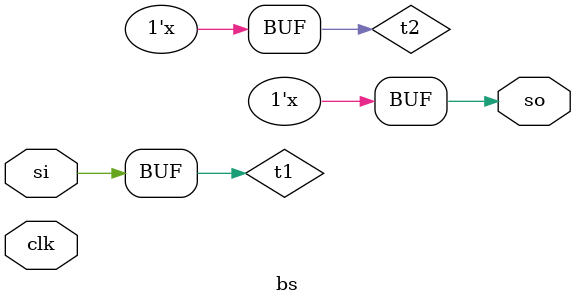
<source format=v>
module bs(clk,si,so);
input clk,si;
output so;

reg so,t1,t2;

always@*
begin
so=t2;
t2=t1;

t1=si;
end
endmodule

</source>
